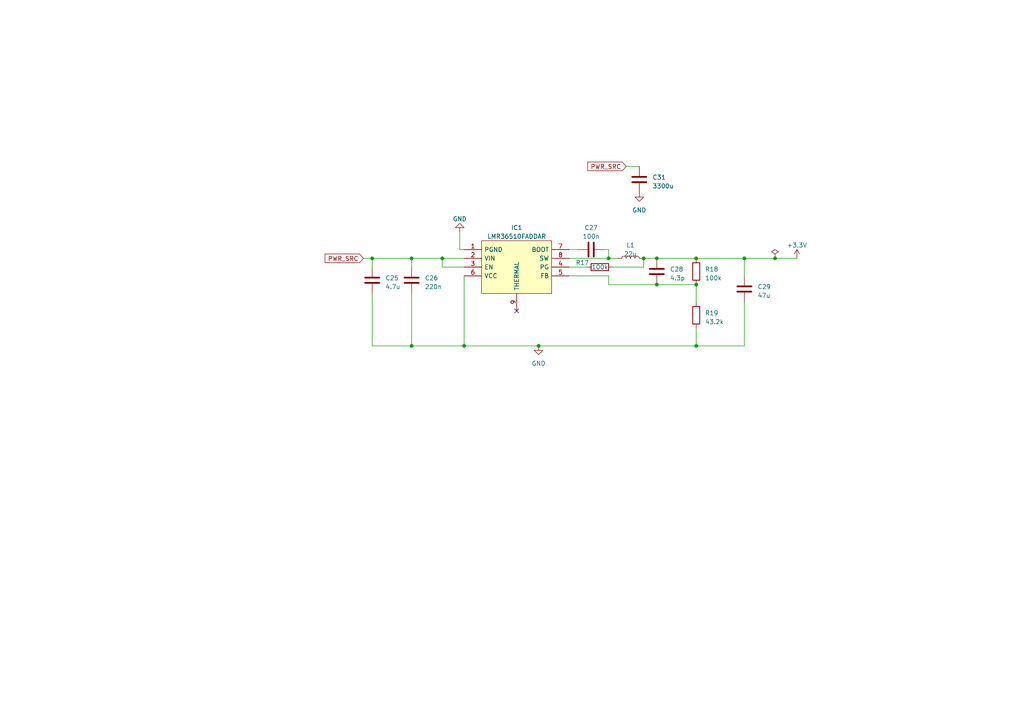
<source format=kicad_sch>
(kicad_sch (version 20230121) (generator eeschema)
  (paper "A4")
  (lib_symbols
    (symbol "Device:C" (pin_numbers hide) (pin_names (offset 0.254))
      (property "Reference" "C" (at 0.635 2.54 0))
      (property "Value" "C" (at 0.635 -2.54 0))
      (symbol "C_0_1"
        (polyline (pts (xy -2.032 -0.762) (xy 2.032 -0.762)) (stroke (width 0.508)))
        (polyline (pts (xy -2.032 0.762) (xy 2.032 0.762)) (stroke (width 0.508)))
      )
      (symbol "C_1_1"
        (pin passive line (at 0 3.81 270) (length 2.794) (name "~") (number "1"))
        (pin passive line (at 0 -3.81 90) (length 2.794) (name "~") (number "2"))
      )
    )
    (symbol "Device:L" (pin_numbers hide) (pin_names (offset 1.016) hide)
      (property "Reference" "L" (at -1.27 0 90))
      (property "Value" "L" (at 1.905 0 90))
      (symbol "L_0_1"
        (arc (start 0 -2.54) (mid 0.6323 -1.905) (end 0 -1.27))
        (arc (start 0 -1.27) (mid 0.6323 -0.635) (end 0 0))
        (arc (start 0 0) (mid 0.6323 0.635) (end 0 1.27))
        (arc (start 0 1.27) (mid 0.6323 1.905) (end 0 2.54))
      )
      (symbol "L_1_1"
        (pin passive line (at 0 3.81 270) (length 1.27) (name "1") (number "1"))
        (pin passive line (at 0 -3.81 90) (length 1.27) (name "2") (number "2"))
      )
    )
    (symbol "Device:R" (pin_numbers hide) (pin_names (offset 0))
      (property "Reference" "R" (at 2.032 0 90))
      (property "Value" "R" (at 0 0 90))
      (symbol "R_0_1"
        (rectangle (start -1.016 -2.54) (end 1.016 2.54) (stroke (width 0.254)))
      )
      (symbol "R_1_1"
        (pin passive line (at 0 3.81 270) (length 1.27) (name "~") (number "1"))
        (pin passive line (at 0 -3.81 90) (length 1.27) (name "~") (number "2"))
      )
    )
    (symbol "LMR36510FADDAR:LMR36510FADDAR" (pin_names (offset 0.762))
      (property "Reference" "IC1" (at 15.24 6.35 0))
      (property "Value" "LMR36510FADDAR" (at 15.24 3.81 0))
      (symbol "LMR36510FADDAR_0_0"
        (pin power_in line (at 0 0 0) (length 5.08) (name "PGND") (number "1"))
        (pin power_in line (at 0 -2.54 0) (length 5.08) (name "VIN") (number "2"))
        (pin input line (at 0 -5.08 0) (length 5.08) (name "EN") (number "3"))
        (pin free line (at 30.48 -5.08 180) (length 5.08) (name "PG") (number "4"))
        (pin bidirectional line (at 30.48 -7.62 180) (length 5.08) (name "FB") (number "5"))
        (pin power_in line (at 0 -7.62 0) (length 5.08) (name "VCC") (number "6"))
        (pin free line (at 30.48 0 180) (length 5.08) (name "BOOT") (number "7"))
        (pin passive line (at 30.48 -2.54 180) (length 5.08) (name "SW") (number "8"))
        (pin passive line (at 15.24 -17.78 90) (length 5.08) (name "THERMAL") (number "9"))
      )
      (symbol "LMR36510FADDAR_0_1"
        (polyline (pts (xy 5.08 2.54) (xy 25.4 2.54) (xy 25.4 -12.7) (xy 5.08 -12.7) (xy 5.08 2.54)) (stroke (width 0.1524)) (fill (type background)))
      )
    )
    (symbol "power:+3.3V" (power) (pin_names (offset 0))
      (property "Value" "+3.3V" (at 0 3.556 0))
      (symbol "+3.3V_0_1"
        (polyline (pts (xy -0.762 1.27) (xy 0 2.54)))
        (polyline (pts (xy 0 0) (xy 0 2.54)))
        (polyline (pts (xy 0 2.54) (xy 0.762 1.27)))
      )
      (symbol "+3.3V_1_1"
        (pin power_in line (at 0 0 90) (length 0) hide (name "+3.3V") (number "1"))
      )
    )
    (symbol "power:GND" (power) (pin_names (offset 0))
      (property "Value" "GND" (at 0 -3.81 0))
      (symbol "GND_0_1"
        (polyline (pts (xy 0 0) (xy 0 -1.27) (xy 1.27 -1.27) (xy 0 -2.54) (xy -1.27 -1.27) (xy 0 -1.27)))
      )
      (symbol "GND_1_1"
        (pin power_in line (at 0 0 270) (length 0) hide (name "GND") (number "1"))
      )
    )
    (symbol "power:PWR_FLAG" (power) (pin_numbers hide) (pin_names (offset 0) hide)
      (property "Value" "PWR_FLAG" (at 0 3.81 0))
      (symbol "PWR_FLAG_0_0"
        (pin power_out line (at 0 0 90) (length 0) (name "pwr") (number "1"))
      )
      (symbol "PWR_FLAG_0_1"
        (polyline (pts (xy 0 0) (xy 0 1.27) (xy -1.016 1.905) (xy 0 2.54) (xy 1.016 1.905) (xy 0 1.27)))
      )
    )
  )
  (junction (at 119.38 74.93))
  (junction (at 190.5 82.55))
  (junction (at 107.95 74.93))
  (junction (at 190.5 74.93))
  (junction (at 119.38 100.33))
  (junction (at 156.21 100.33))
  (junction (at 224.79 74.93))
  (junction (at 201.93 74.93))
  (junction (at 176.53 74.93))
  (junction (at 201.93 82.55))
  (junction (at 186.69 74.93))
  (junction (at 201.93 100.33))
  (junction (at 134.62 100.33))
  (junction (at 128.27 74.93))
  (junction (at 215.9 74.93))
  (no_connect (at 149.86 90.17))
  (wire (pts (xy 107.95 74.93) (xy 107.95 77.47)))
  (wire (pts (xy 119.38 100.33) (xy 134.62 100.33)))
  (wire (pts (xy 165.1 74.93) (xy 176.53 74.93)))
  (wire (pts (xy 215.9 74.93) (xy 215.9 80.01)))
  (wire (pts (xy 201.93 82.55) (xy 201.93 87.63)))
  (wire (pts (xy 107.95 74.93) (xy 119.38 74.93)))
  (wire (pts (xy 190.5 74.93) (xy 201.93 74.93)))
  (wire (pts (xy 176.53 72.39) (xy 176.53 74.93)))
  (wire (pts (xy 128.27 77.47) (xy 128.27 74.93)))
  (wire (pts (xy 165.1 80.01) (xy 176.53 80.01)))
  (wire (pts (xy 186.69 77.47) (xy 186.69 74.93)))
  (wire (pts (xy 167.64 72.39) (xy 165.1 72.39)))
  (wire (pts (xy 176.53 74.93) (xy 179.07 74.93)))
  (wire (pts (xy 224.79 74.93) (xy 231.14 74.93)))
  (wire (pts (xy 186.69 74.93) (xy 190.5 74.93)))
  (wire (pts (xy 165.1 77.47) (xy 170.18 77.47)))
  (wire (pts (xy 107.95 100.33) (xy 119.38 100.33)))
  (wire (pts (xy 134.62 80.01) (xy 134.62 100.33)))
  (wire (pts (xy 119.38 85.09) (xy 119.38 100.33)))
  (wire (pts (xy 215.9 87.63) (xy 215.9 100.33)))
  (wire (pts (xy 134.62 72.39) (xy 133.35 72.39)))
  (wire (pts (xy 201.93 74.93) (xy 215.9 74.93)))
  (wire (pts (xy 177.8 77.47) (xy 186.69 77.47)))
  (wire (pts (xy 201.93 100.33) (xy 156.21 100.33)))
  (wire (pts (xy 119.38 74.93) (xy 128.27 74.93)))
  (wire (pts (xy 105.41 74.93) (xy 107.95 74.93)))
  (wire (pts (xy 107.95 85.09) (xy 107.95 100.33)))
  (wire (pts (xy 201.93 95.25) (xy 201.93 100.33)))
  (wire (pts (xy 134.62 77.47) (xy 128.27 77.47)))
  (wire (pts (xy 156.21 100.33) (xy 134.62 100.33)))
  (wire (pts (xy 119.38 74.93) (xy 119.38 77.47)))
  (wire (pts (xy 128.27 74.93) (xy 134.62 74.93)))
  (wire (pts (xy 190.5 82.55) (xy 201.93 82.55)))
  (wire (pts (xy 215.9 100.33) (xy 201.93 100.33)))
  (wire (pts (xy 176.53 82.55) (xy 190.5 82.55)))
  (wire (pts (xy 176.53 80.01) (xy 176.53 82.55)))
  (wire (pts (xy 133.35 67.31) (xy 133.35 72.39)))
  (wire (pts (xy 215.9 74.93) (xy 224.79 74.93)))
  (wire (pts (xy 175.26 72.39) (xy 176.53 72.39)))
  (wire (pts (xy 181.61 48.26) (xy 185.42 48.26)))
  (global_label "PWR_SRC" (shape input) (at 105.41 74.93 180) (property "Intersheetrefs" "${INTERSHEET_REFS}" (effects hide)))
  (global_label "PWR_SRC" (shape input) (at 181.61 48.26 180) (property "Intersheetrefs" "${INTERSHEET_REFS}" (effects hide)))
  (symbol (lib_id "Device:C") (at 119.38 81.28 0) (unit 1)
    (property "Reference" "C26" (at 123.19 80.645 0) (effects (justify left)))
    (property "Value" "220n" (at 123.19 83.185 0) (effects (justify left)))
    (property "Footprint" "Capacitor_SMD:C_0603_1608Metric" (effects hide))
  )
  (symbol (lib_id "Device:C") (at 215.9 83.82 180) (unit 1)
    (property "Reference" "C29" (at 219.71 83.185 0) (effects (justify right)))
    (property "Value" "47u" (at 219.71 85.725 0) (effects (justify right)))
    (property "Footprint" "Capacitor_THT:CP_Radial_D5.0mm_P2.50mm" (effects hide))
  )
  (symbol (lib_id "power:PWR_FLAG") (at 224.79 74.93 0) (unit 1)
    (property "Reference" "#FLG02" (effects hide))
    (property "Value" "PWR_FLAG" (effects hide))
  )
  (symbol (lib_id "LMR36510FADDAR:LMR36510FADDAR") (at 134.62 72.39 0) (unit 1)
    (property "Reference" "IC1" (at 149.86 66.04 0))
    (property "Value" "LMR36510FADDAR" (at 149.86 68.58 0))
    (property "Footprint" "ext_footprint:SOIC127P600X170-9N" (effects hide))
    (property "Datasheet" "http://www.ti.com/lit/gpn/LMR36510" (effects hide))
    (property "Description" "Switching Voltage Regulators SIMPLE SWITCHER 4.2-V to 65-V, 1-A synchronous step-down converter with 26-uA IQ 8-SO PowerPAD -40 to 125" (effects hide))
    (property "Height" "1.7" (effects hide))
    (property "Manufacturer_Name" "Texas Instruments" (effects hide))
    (property "Manufacturer_Part_Number" "LMR36510FADDAR" (effects hide))
    (property "Mouser Part Number" "595-LMR36510FADDAR" (effects hide))
    (property "Mouser Price/Stock" "https://www.mouser.co.uk/ProductDetail/Texas-Instruments/LMR36510FADDAR?qs=OlC7AqGiEDncgQxRNzUXeA%3D%3D" (effects hide))
    (property "Arrow Part Number" "LMR36510FADDAR" (effects hide))
    (property "Arrow Price/Stock" "https://www.arrow.com/en/products/lmr36510faddar/texas-instruments" (effects hide))
  )
  (symbol (lib_id "Device:C") (at 171.45 72.39 90) (unit 1)
    (property "Reference" "C27" (at 171.45 66.04 90))
    (property "Value" "100n" (at 171.45 68.58 90))
    (property "Footprint" "Capacitor_SMD:C_0603_1608Metric" (effects hide))
  )
  (symbol (lib_id "power:GND") (at 133.35 67.31 180) (unit 1)
    (property "Reference" "#PWR038" (effects hide))
    (property "Value" "GND" (at 133.35 63.5 0))
  )
  (symbol (lib_id "Device:R") (at 173.99 77.47 90) (unit 1)
    (property "Reference" "R17" (at 168.91 76.2 90))
    (property "Value" "100k" (at 173.99 77.47 90))
    (property "Footprint" "Resistor_SMD:R_0603_1608Metric" (effects hide))
  )
  (symbol (lib_id "power:GND") (at 156.21 100.33 0) (unit 1)
    (property "Reference" "#PWR039" (effects hide))
    (property "Value" "GND" (at 156.21 105.41 0))
  )
  (symbol (lib_id "Device:C") (at 185.42 52.07 0) (unit 1)
    (property "Reference" "C31" (at 189.23 51.435 0) (effects (justify left)))
    (property "Value" "3300u" (at 189.23 53.975 0) (effects (justify left)))
  )
  (symbol (lib_id "Device:L") (at 182.88 74.93 90) (unit 1)
    (property "Reference" "L1" (at 182.88 71.12 90))
    (property "Value" "22u" (at 182.88 73.66 90))
    (property "Footprint" "Inductor_SMD:L_Taiyo-Yuden_NR-30xx" (effects hide))
  )
  (symbol (lib_id "Device:R") (at 201.93 78.74 0) (unit 1)
    (property "Reference" "R18" (at 204.47 78.105 0) (effects (justify left)))
    (property "Value" "100k" (at 204.47 80.645 0) (effects (justify left)))
    (property "Footprint" "Resistor_SMD:R_0603_1608Metric" (effects hide))
  )
  (symbol (lib_id "power:+3.3V") (at 231.14 74.93 0) (unit 1)
    (property "Reference" "#PWR040" (effects hide))
    (property "Value" "+3.3V" (at 231.14 71.12 0))
  )
  (symbol (lib_id "power:GND") (at 185.42 55.88 0) (unit 1)
    (property "Reference" "#PWR043" (effects hide))
    (property "Value" "GND" (at 185.42 60.96 0))
  )
  (symbol (lib_id "Device:C") (at 190.5 78.74 180) (unit 1)
    (property "Reference" "C28" (at 194.31 78.105 0) (effects (justify right)))
    (property "Value" "4.3p" (at 194.31 80.645 0) (effects (justify right)))
    (property "Footprint" "Capacitor_SMD:C_0603_1608Metric" (effects hide))
  )
  (symbol (lib_id "Device:C") (at 107.95 81.28 0) (unit 1)
    (property "Reference" "C25" (at 111.76 80.645 0) (effects (justify left)))
    (property "Value" "4.7u" (at 111.76 83.185 0) (effects (justify left)))
    (property "Footprint" "Capacitor_SMD:C_0603_1608Metric" (effects hide))
  )
  (symbol (lib_id "Device:R") (at 201.93 91.44 0) (unit 1)
    (property "Reference" "R19" (at 204.47 90.805 0) (effects (justify left)))
    (property "Value" "43.2k" (at 204.47 93.345 0) (effects (justify left)))
    (property "Footprint" "Resistor_SMD:R_0603_1608Metric" (effects hide))
  )
)
</source>
